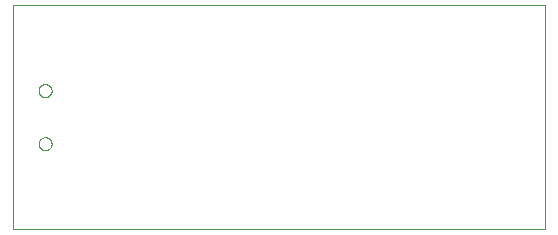
<source format=gko>
G75*
%MOIN*%
%OFA0B0*%
%FSLAX25Y25*%
%IPPOS*%
%LPD*%
%AMOC8*
5,1,8,0,0,1.08239X$1,22.5*
%
%ADD10C,0.00000*%
D10*
X0060479Y0001450D02*
X0060479Y0076250D01*
X0237679Y0076250D01*
X0237679Y0001450D01*
X0060479Y0001450D01*
X0068920Y0029992D02*
X0068922Y0030085D01*
X0068928Y0030177D01*
X0068938Y0030269D01*
X0068952Y0030360D01*
X0068969Y0030451D01*
X0068991Y0030541D01*
X0069016Y0030630D01*
X0069045Y0030718D01*
X0069078Y0030804D01*
X0069115Y0030889D01*
X0069155Y0030973D01*
X0069199Y0031054D01*
X0069246Y0031134D01*
X0069296Y0031212D01*
X0069350Y0031287D01*
X0069407Y0031360D01*
X0069467Y0031430D01*
X0069530Y0031498D01*
X0069596Y0031563D01*
X0069664Y0031625D01*
X0069735Y0031685D01*
X0069809Y0031741D01*
X0069885Y0031794D01*
X0069963Y0031843D01*
X0070043Y0031890D01*
X0070125Y0031932D01*
X0070209Y0031972D01*
X0070294Y0032007D01*
X0070381Y0032039D01*
X0070469Y0032068D01*
X0070558Y0032092D01*
X0070648Y0032113D01*
X0070739Y0032129D01*
X0070831Y0032142D01*
X0070923Y0032151D01*
X0071016Y0032156D01*
X0071108Y0032157D01*
X0071201Y0032154D01*
X0071293Y0032147D01*
X0071385Y0032136D01*
X0071476Y0032121D01*
X0071567Y0032103D01*
X0071657Y0032080D01*
X0071745Y0032054D01*
X0071833Y0032024D01*
X0071919Y0031990D01*
X0072003Y0031953D01*
X0072086Y0031911D01*
X0072167Y0031867D01*
X0072247Y0031819D01*
X0072324Y0031768D01*
X0072398Y0031713D01*
X0072471Y0031655D01*
X0072541Y0031595D01*
X0072608Y0031531D01*
X0072672Y0031465D01*
X0072734Y0031395D01*
X0072792Y0031324D01*
X0072847Y0031250D01*
X0072899Y0031173D01*
X0072948Y0031094D01*
X0072994Y0031014D01*
X0073036Y0030931D01*
X0073074Y0030847D01*
X0073109Y0030761D01*
X0073140Y0030674D01*
X0073167Y0030586D01*
X0073190Y0030496D01*
X0073210Y0030406D01*
X0073226Y0030315D01*
X0073238Y0030223D01*
X0073246Y0030131D01*
X0073250Y0030038D01*
X0073250Y0029946D01*
X0073246Y0029853D01*
X0073238Y0029761D01*
X0073226Y0029669D01*
X0073210Y0029578D01*
X0073190Y0029488D01*
X0073167Y0029398D01*
X0073140Y0029310D01*
X0073109Y0029223D01*
X0073074Y0029137D01*
X0073036Y0029053D01*
X0072994Y0028970D01*
X0072948Y0028890D01*
X0072899Y0028811D01*
X0072847Y0028734D01*
X0072792Y0028660D01*
X0072734Y0028589D01*
X0072672Y0028519D01*
X0072608Y0028453D01*
X0072541Y0028389D01*
X0072471Y0028329D01*
X0072398Y0028271D01*
X0072324Y0028216D01*
X0072247Y0028165D01*
X0072168Y0028117D01*
X0072086Y0028073D01*
X0072003Y0028031D01*
X0071919Y0027994D01*
X0071833Y0027960D01*
X0071745Y0027930D01*
X0071657Y0027904D01*
X0071567Y0027881D01*
X0071476Y0027863D01*
X0071385Y0027848D01*
X0071293Y0027837D01*
X0071201Y0027830D01*
X0071108Y0027827D01*
X0071016Y0027828D01*
X0070923Y0027833D01*
X0070831Y0027842D01*
X0070739Y0027855D01*
X0070648Y0027871D01*
X0070558Y0027892D01*
X0070469Y0027916D01*
X0070381Y0027945D01*
X0070294Y0027977D01*
X0070209Y0028012D01*
X0070125Y0028052D01*
X0070043Y0028094D01*
X0069963Y0028141D01*
X0069885Y0028190D01*
X0069809Y0028243D01*
X0069735Y0028299D01*
X0069664Y0028359D01*
X0069596Y0028421D01*
X0069530Y0028486D01*
X0069467Y0028554D01*
X0069407Y0028624D01*
X0069350Y0028697D01*
X0069296Y0028772D01*
X0069246Y0028850D01*
X0069199Y0028930D01*
X0069155Y0029011D01*
X0069115Y0029095D01*
X0069078Y0029180D01*
X0069045Y0029266D01*
X0069016Y0029354D01*
X0068991Y0029443D01*
X0068969Y0029533D01*
X0068952Y0029624D01*
X0068938Y0029715D01*
X0068928Y0029807D01*
X0068922Y0029899D01*
X0068920Y0029992D01*
X0068920Y0047708D02*
X0068922Y0047801D01*
X0068928Y0047893D01*
X0068938Y0047985D01*
X0068952Y0048076D01*
X0068969Y0048167D01*
X0068991Y0048257D01*
X0069016Y0048346D01*
X0069045Y0048434D01*
X0069078Y0048520D01*
X0069115Y0048605D01*
X0069155Y0048689D01*
X0069199Y0048770D01*
X0069246Y0048850D01*
X0069296Y0048928D01*
X0069350Y0049003D01*
X0069407Y0049076D01*
X0069467Y0049146D01*
X0069530Y0049214D01*
X0069596Y0049279D01*
X0069664Y0049341D01*
X0069735Y0049401D01*
X0069809Y0049457D01*
X0069885Y0049510D01*
X0069963Y0049559D01*
X0070043Y0049606D01*
X0070125Y0049648D01*
X0070209Y0049688D01*
X0070294Y0049723D01*
X0070381Y0049755D01*
X0070469Y0049784D01*
X0070558Y0049808D01*
X0070648Y0049829D01*
X0070739Y0049845D01*
X0070831Y0049858D01*
X0070923Y0049867D01*
X0071016Y0049872D01*
X0071108Y0049873D01*
X0071201Y0049870D01*
X0071293Y0049863D01*
X0071385Y0049852D01*
X0071476Y0049837D01*
X0071567Y0049819D01*
X0071657Y0049796D01*
X0071745Y0049770D01*
X0071833Y0049740D01*
X0071919Y0049706D01*
X0072003Y0049669D01*
X0072086Y0049627D01*
X0072167Y0049583D01*
X0072247Y0049535D01*
X0072324Y0049484D01*
X0072398Y0049429D01*
X0072471Y0049371D01*
X0072541Y0049311D01*
X0072608Y0049247D01*
X0072672Y0049181D01*
X0072734Y0049111D01*
X0072792Y0049040D01*
X0072847Y0048966D01*
X0072899Y0048889D01*
X0072948Y0048810D01*
X0072994Y0048730D01*
X0073036Y0048647D01*
X0073074Y0048563D01*
X0073109Y0048477D01*
X0073140Y0048390D01*
X0073167Y0048302D01*
X0073190Y0048212D01*
X0073210Y0048122D01*
X0073226Y0048031D01*
X0073238Y0047939D01*
X0073246Y0047847D01*
X0073250Y0047754D01*
X0073250Y0047662D01*
X0073246Y0047569D01*
X0073238Y0047477D01*
X0073226Y0047385D01*
X0073210Y0047294D01*
X0073190Y0047204D01*
X0073167Y0047114D01*
X0073140Y0047026D01*
X0073109Y0046939D01*
X0073074Y0046853D01*
X0073036Y0046769D01*
X0072994Y0046686D01*
X0072948Y0046606D01*
X0072899Y0046527D01*
X0072847Y0046450D01*
X0072792Y0046376D01*
X0072734Y0046305D01*
X0072672Y0046235D01*
X0072608Y0046169D01*
X0072541Y0046105D01*
X0072471Y0046045D01*
X0072398Y0045987D01*
X0072324Y0045932D01*
X0072247Y0045881D01*
X0072168Y0045833D01*
X0072086Y0045789D01*
X0072003Y0045747D01*
X0071919Y0045710D01*
X0071833Y0045676D01*
X0071745Y0045646D01*
X0071657Y0045620D01*
X0071567Y0045597D01*
X0071476Y0045579D01*
X0071385Y0045564D01*
X0071293Y0045553D01*
X0071201Y0045546D01*
X0071108Y0045543D01*
X0071016Y0045544D01*
X0070923Y0045549D01*
X0070831Y0045558D01*
X0070739Y0045571D01*
X0070648Y0045587D01*
X0070558Y0045608D01*
X0070469Y0045632D01*
X0070381Y0045661D01*
X0070294Y0045693D01*
X0070209Y0045728D01*
X0070125Y0045768D01*
X0070043Y0045810D01*
X0069963Y0045857D01*
X0069885Y0045906D01*
X0069809Y0045959D01*
X0069735Y0046015D01*
X0069664Y0046075D01*
X0069596Y0046137D01*
X0069530Y0046202D01*
X0069467Y0046270D01*
X0069407Y0046340D01*
X0069350Y0046413D01*
X0069296Y0046488D01*
X0069246Y0046566D01*
X0069199Y0046646D01*
X0069155Y0046727D01*
X0069115Y0046811D01*
X0069078Y0046896D01*
X0069045Y0046982D01*
X0069016Y0047070D01*
X0068991Y0047159D01*
X0068969Y0047249D01*
X0068952Y0047340D01*
X0068938Y0047431D01*
X0068928Y0047523D01*
X0068922Y0047615D01*
X0068920Y0047708D01*
M02*

</source>
